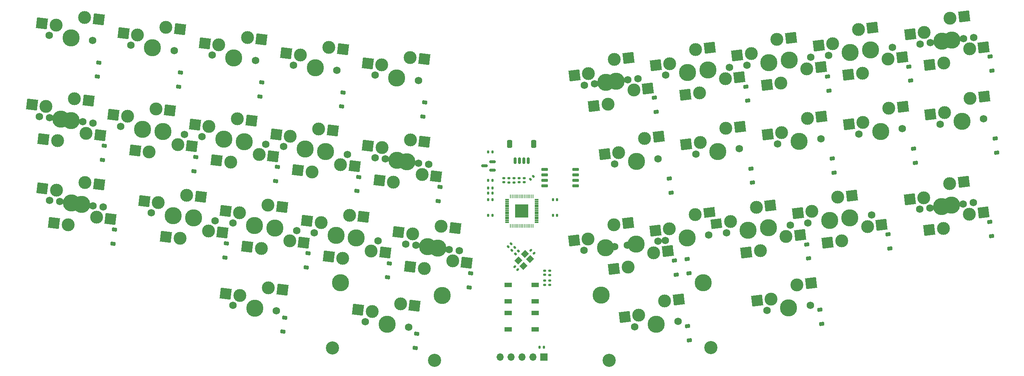
<source format=gbs>
%TF.GenerationSoftware,KiCad,Pcbnew,7.0.6*%
%TF.CreationDate,2024-02-12T15:49:00-05:00*%
%TF.ProjectId,lalettre2040-tripple-stagger-hotswap-pcb,6c616c65-7474-4726-9532-3034302d7472,rev?*%
%TF.SameCoordinates,PX1ea85bbPY7e0978f*%
%TF.FileFunction,Soldermask,Bot*%
%TF.FilePolarity,Negative*%
%FSLAX46Y46*%
G04 Gerber Fmt 4.6, Leading zero omitted, Abs format (unit mm)*
G04 Created by KiCad (PCBNEW 7.0.6) date 2024-02-12 15:49:00*
%MOMM*%
%LPD*%
G01*
G04 APERTURE LIST*
G04 Aperture macros list*
%AMRoundRect*
0 Rectangle with rounded corners*
0 $1 Rounding radius*
0 $2 $3 $4 $5 $6 $7 $8 $9 X,Y pos of 4 corners*
0 Add a 4 corners polygon primitive as box body*
4,1,4,$2,$3,$4,$5,$6,$7,$8,$9,$2,$3,0*
0 Add four circle primitives for the rounded corners*
1,1,$1+$1,$2,$3*
1,1,$1+$1,$4,$5*
1,1,$1+$1,$6,$7*
1,1,$1+$1,$8,$9*
0 Add four rect primitives between the rounded corners*
20,1,$1+$1,$2,$3,$4,$5,0*
20,1,$1+$1,$4,$5,$6,$7,0*
20,1,$1+$1,$6,$7,$8,$9,0*
20,1,$1+$1,$8,$9,$2,$3,0*%
%AMRotRect*
0 Rectangle, with rotation*
0 The origin of the aperture is its center*
0 $1 length*
0 $2 width*
0 $3 Rotation angle, in degrees counterclockwise*
0 Add horizontal line*
21,1,$1,$2,0,0,$3*%
G04 Aperture macros list end*
%ADD10C,1.750000*%
%ADD11C,3.000000*%
%ADD12C,3.987800*%
%ADD13RotRect,2.486250X2.202500X187.000000*%
%ADD14RotRect,2.550000X2.500000X187.000000*%
%ADD15RotRect,2.576750X2.222500X187.000000*%
%ADD16RotRect,2.550000X2.500000X7.000000*%
%ADD17O,1.700000X1.700000*%
%ADD18R,1.700000X1.700000*%
%ADD19RoundRect,0.135000X-0.185000X0.135000X-0.185000X-0.135000X0.185000X-0.135000X0.185000X0.135000X0*%
%ADD20RoundRect,0.225000X0.399625X-0.177622X0.344784X0.269024X-0.399625X0.177622X-0.344784X-0.269024X0*%
%ADD21RotRect,2.550000X2.500000X173.000000*%
%ADD22RotRect,2.550000X2.500000X353.000000*%
%ADD23RoundRect,0.140000X0.140000X0.170000X-0.140000X0.170000X-0.140000X-0.170000X0.140000X-0.170000X0*%
%ADD24RoundRect,0.140000X0.170000X-0.140000X0.170000X0.140000X-0.170000X0.140000X-0.170000X-0.140000X0*%
%ADD25R,1.700000X1.000000*%
%ADD26RoundRect,0.225000X0.344784X-0.269024X0.399625X0.177622X-0.344784X0.269024X-0.399625X-0.177622X0*%
%ADD27RoundRect,0.140000X0.219203X0.021213X0.021213X0.219203X-0.219203X-0.021213X-0.021213X-0.219203X0*%
%ADD28RoundRect,0.250000X-0.350000X-0.650000X0.350000X-0.650000X0.350000X0.650000X-0.350000X0.650000X0*%
%ADD29RoundRect,0.150000X-0.150000X-0.625000X0.150000X-0.625000X0.150000X0.625000X-0.150000X0.625000X0*%
%ADD30RotRect,2.486250X2.500000X7.000000*%
%ADD31RoundRect,0.150000X0.650000X0.150000X-0.650000X0.150000X-0.650000X-0.150000X0.650000X-0.150000X0*%
%ADD32RoundRect,0.135000X-0.135000X-0.185000X0.135000X-0.185000X0.135000X0.185000X-0.135000X0.185000X0*%
%ADD33C,3.048000*%
%ADD34RoundRect,0.140000X0.021213X-0.219203X0.219203X-0.021213X-0.021213X0.219203X-0.219203X0.021213X0*%
%ADD35RoundRect,0.140000X-0.219203X-0.021213X-0.021213X-0.219203X0.219203X0.021213X0.021213X0.219203X0*%
%ADD36RoundRect,0.140000X-0.140000X-0.170000X0.140000X-0.170000X0.140000X0.170000X-0.140000X0.170000X0*%
%ADD37RoundRect,0.135000X0.035355X-0.226274X0.226274X-0.035355X-0.035355X0.226274X-0.226274X0.035355X0*%
%ADD38RotRect,2.486250X2.500000X173.000000*%
%ADD39RotRect,1.400000X1.200000X45.000000*%
%ADD40RoundRect,0.140000X-0.021213X0.219203X-0.219203X0.021213X0.021213X-0.219203X0.219203X-0.021213X0*%
%ADD41RoundRect,0.150000X0.587500X0.150000X-0.587500X0.150000X-0.587500X-0.150000X0.587500X-0.150000X0*%
%ADD42R,3.100000X3.100000*%
%ADD43RoundRect,0.020000X0.080000X0.400000X-0.080000X0.400000X-0.080000X-0.400000X0.080000X-0.400000X0*%
%ADD44RoundRect,0.006000X0.414000X0.094000X-0.414000X0.094000X-0.414000X-0.094000X0.414000X-0.094000X0*%
%ADD45RoundRect,0.140000X-0.170000X0.140000X-0.170000X-0.140000X0.170000X-0.140000X0.170000X0.140000X0*%
G04 APERTURE END LIST*
D10*
%TO.C,MX51*%
X177779305Y33293453D03*
D11*
X174639142Y38026040D03*
D12*
X172737171Y32674357D03*
D11*
X168646022Y34731102D03*
D10*
X167695037Y32055261D03*
D13*
X165381924Y34180454D03*
D14*
X177916529Y38428452D03*
%TD*%
D10*
%TO.C,MX27*%
X163598301Y31552246D03*
D11*
X160458138Y36284833D03*
D12*
X158556167Y30933150D03*
D11*
X154465018Y32989895D03*
D10*
X153514033Y30314054D03*
D14*
X151214429Y32590773D03*
D15*
X163729454Y36846442D03*
%TD*%
D10*
%TO.C,MX50*%
X141696462Y28863054D03*
D11*
X144836625Y24130467D03*
D12*
X146738596Y29482150D03*
D11*
X150829745Y27425405D03*
D10*
X151780730Y30101246D03*
D16*
X141559238Y23728055D03*
X154080334Y27824527D03*
%TD*%
D17*
%TO.C,J2*%
X115145950Y3212205D03*
X117685950Y3212205D03*
X120225950Y3212205D03*
X122765950Y3212205D03*
D18*
X125305950Y3212205D03*
%TD*%
D19*
%TO.C,R_FLASH2*%
X125510311Y19995029D03*
X125510311Y21015029D03*
%TD*%
D20*
%TO.C,D9*%
X210052169Y70706972D03*
X210454337Y67431570D03*
%TD*%
D19*
%TO.C,R_DATA2*%
X117175928Y43778800D03*
X117175928Y44798800D03*
%TD*%
D10*
%TO.C,MX44*%
X96194167Y48286879D03*
D11*
X94292196Y53638561D03*
D12*
X91152033Y48905975D03*
D11*
X87679980Y51891364D03*
D10*
X86109899Y49525071D03*
D21*
X84429392Y52290487D03*
X97569584Y53236149D03*
%TD*%
D10*
%TO.C,MX41*%
X31749387Y56199702D03*
D11*
X33651358Y50848020D03*
D12*
X36791521Y55580606D03*
D11*
X40263574Y52595217D03*
D10*
X41833655Y54961510D03*
D22*
X30373970Y51250432D03*
X43514162Y52196094D03*
%TD*%
D10*
%TO.C,MX14*%
X74922661Y50898691D03*
D11*
X73020690Y56250373D03*
D12*
X69880527Y51517787D03*
D11*
X66408474Y54503176D03*
D10*
X64838393Y52136883D03*
D21*
X63157886Y54902299D03*
X76298078Y55847961D03*
%TD*%
D10*
%TO.C,MX28*%
X172422038Y32635664D03*
D11*
X175562201Y27903077D03*
D12*
X177464172Y33254760D03*
D11*
X181555321Y31198015D03*
D10*
X182506306Y33873856D03*
D16*
X172284814Y27500665D03*
X184805910Y31597137D03*
%TD*%
D23*
%TO.C,C_ESD2*%
X112390923Y44288800D03*
X113350923Y44288800D03*
%TD*%
D10*
%TO.C,MX17*%
X170730693Y51621055D03*
D11*
X167590530Y56353642D03*
D12*
X165688559Y51001959D03*
D11*
X161597410Y53058704D03*
D10*
X160646425Y50382863D03*
D14*
X158346821Y52659582D03*
X170867917Y56756054D03*
%TD*%
D20*
%TO.C,D19*%
X211192030Y51653853D03*
X211594198Y48378451D03*
%TD*%
D19*
%TO.C,R_FLASH3*%
X126700935Y22260968D03*
X126700935Y23280968D03*
%TD*%
D10*
%TO.C,MX22*%
X44239046Y35473102D03*
D11*
X42337075Y40824784D03*
D12*
X39196912Y36092198D03*
D11*
X35724859Y39077587D03*
D10*
X34154778Y36711294D03*
D21*
X32474271Y39476710D03*
X45614463Y40422372D03*
%TD*%
D24*
%TO.C,C_3V3_3*%
X119557178Y44768800D03*
X119557178Y43808800D03*
%TD*%
D25*
%TO.C,SW2*%
X117002493Y9646586D03*
X123302493Y9646586D03*
X117002493Y13446586D03*
X123302493Y13446586D03*
%TD*%
D10*
%TO.C,MX9*%
X201498089Y74591879D03*
D11*
X198357926Y79324466D03*
D12*
X196455955Y73972783D03*
D11*
X192364806Y76029528D03*
D10*
X191413821Y73353687D03*
D14*
X189114217Y75630406D03*
X201635313Y79726878D03*
%TD*%
D23*
%TO.C,C_3V3_6*%
X112390923Y36145045D03*
X113350923Y36145045D03*
%TD*%
D26*
%TO.C,D14*%
X82282895Y45059673D03*
X81880727Y41784271D03*
%TD*%
%TO.C,D24*%
X89415294Y24990848D03*
X89013126Y21715446D03*
%TD*%
D27*
%TO.C,C_XTAL2*%
X118514120Y24231070D03*
X119192942Y23552248D03*
%TD*%
D26*
%TO.C,D21*%
X25600725Y32826292D03*
X25198557Y29550890D03*
%TD*%
D20*
%TO.C,D27*%
X158562209Y25998646D03*
X158964377Y22723244D03*
%TD*%
D10*
%TO.C,MX6*%
X144774009Y67627053D03*
D11*
X141633846Y72359640D03*
D12*
X139731875Y67007957D03*
D11*
X135640726Y69064702D03*
D10*
X134689741Y66388861D03*
D14*
X132390137Y68665580D03*
X144911233Y72762052D03*
%TD*%
D28*
%TO.C,J1*%
X122952492Y52712243D03*
X117352492Y52712243D03*
D29*
X121652492Y48837243D03*
X120652492Y48837243D03*
X119652492Y48837243D03*
X118652492Y48837243D03*
%TD*%
D20*
%TO.C,D28*%
X186333364Y29408513D03*
X186735532Y26133111D03*
%TD*%
D19*
%TO.C,R_FLASH1*%
X126700936Y19995028D03*
X126700936Y21015028D03*
%TD*%
D20*
%TO.C,D17*%
X173375989Y47010626D03*
X173778157Y43735224D03*
%TD*%
D10*
%TO.C,MX47*%
X57789783Y33809282D03*
D11*
X59691754Y28457600D03*
D12*
X62831917Y33190186D03*
D11*
X66303970Y30204797D03*
D10*
X67874051Y32571090D03*
D22*
X56414366Y28860012D03*
X69554558Y29805674D03*
%TD*%
D23*
%TO.C,C_3V3_5*%
X112390925Y39745044D03*
X113350925Y39745044D03*
%TD*%
D10*
%TO.C,MX53*%
X214964980Y37859296D03*
D11*
X218105143Y33126709D03*
D12*
X220007114Y38478392D03*
D11*
X224098263Y36421647D03*
D10*
X225049248Y39097488D03*
D16*
X214827756Y32724297D03*
D30*
X227380489Y36824654D03*
%TD*%
D31*
%TO.C,U2*%
X125482188Y46789114D03*
X125482188Y45519114D03*
X125482188Y44249114D03*
X125482188Y42979114D03*
X132682188Y42979114D03*
X132682188Y44249114D03*
X132682188Y45519114D03*
X132682188Y46789114D03*
%TD*%
D20*
%TO.C,D6*%
X150964604Y63451934D03*
X151366772Y60176532D03*
%TD*%
D10*
%TO.C,MX8*%
X182590086Y72270267D03*
D11*
X179449923Y77002854D03*
D12*
X177547952Y71651171D03*
D11*
X173456803Y73707916D03*
D10*
X172505818Y71032075D03*
D14*
X170206214Y73308794D03*
X182727310Y77405266D03*
%TD*%
D26*
%TO.C,D23*%
X70507274Y27312463D03*
X70105106Y24037061D03*
%TD*%
D10*
%TO.C,MX48*%
X76697785Y31487671D03*
D11*
X78599756Y26135989D03*
D12*
X81739919Y30868575D03*
D11*
X85211972Y27883186D03*
D10*
X86782053Y30249479D03*
D22*
X75322368Y26538401D03*
X88462560Y27484063D03*
%TD*%
D10*
%TO.C,MX38*%
X196140822Y73934089D03*
D11*
X199280985Y69201502D03*
D12*
X201182956Y74553185D03*
D11*
X205274105Y72496440D03*
D10*
X206225090Y75172281D03*
D16*
X196003598Y68799090D03*
X208524694Y72895562D03*
%TD*%
D10*
%TO.C,MX15*%
X88473400Y49234869D03*
D11*
X90375371Y43883187D03*
D12*
X93515534Y48615773D03*
D11*
X96987587Y45630384D03*
D10*
X98557668Y47996677D03*
D22*
X87097983Y44285599D03*
X100238175Y45231261D03*
%TD*%
D20*
%TO.C,D30*%
X228876408Y34632143D03*
X229278576Y31356741D03*
%TD*%
%TO.C,D34*%
X189401426Y14190848D03*
X189803594Y10915446D03*
%TD*%
D10*
%TO.C,MX25*%
X103326557Y28218069D03*
D11*
X101424586Y33569751D03*
D12*
X98284423Y28837165D03*
D11*
X94812370Y31822554D03*
D10*
X93242289Y29456261D03*
D21*
X91561782Y32221677D03*
X104701974Y33167339D03*
%TD*%
D32*
%TO.C,R_RST1*%
X125305949Y5466803D03*
X124285949Y5466803D03*
%TD*%
D24*
%TO.C,C_3V3_4*%
X120747805Y44768800D03*
X120747805Y43808800D03*
%TD*%
D10*
%TO.C,MX10*%
X222769525Y77203698D03*
D11*
X219629362Y81936285D03*
D12*
X217727391Y76584602D03*
D11*
X213636242Y78641347D03*
D10*
X212685257Y75965506D03*
D14*
X210385653Y78242225D03*
X222906749Y82338697D03*
%TD*%
D20*
%TO.C,D10*%
X228960188Y73028585D03*
X229362356Y69753183D03*
%TD*%
D10*
%TO.C,MX42*%
X50657390Y53878092D03*
D11*
X52559361Y48526410D03*
D12*
X55699524Y53258996D03*
D11*
X59171577Y50273607D03*
D10*
X60741658Y52639900D03*
D22*
X49281973Y48928822D03*
X62422165Y49874484D03*
%TD*%
D10*
%TO.C,MX19*%
X208546702Y56264277D03*
D11*
X205406539Y60996864D03*
D12*
X203504568Y55645181D03*
D11*
X199413419Y57701926D03*
D10*
X198462434Y55026085D03*
D14*
X196162830Y57302804D03*
X208683926Y61399276D03*
%TD*%
D10*
%TO.C,MX40*%
X10477881Y58811514D03*
D11*
X12379852Y53459832D03*
D12*
X15520015Y58192418D03*
D11*
X18992068Y55207029D03*
D10*
X20562149Y57573322D03*
D22*
X9102464Y53862244D03*
X22242656Y54807906D03*
%TD*%
D10*
%TO.C,MX30*%
X222685746Y38807288D03*
D11*
X219545583Y43539875D03*
D12*
X217643612Y38188192D03*
D11*
X213552463Y40244937D03*
D10*
X212601478Y37569096D03*
D14*
X210301874Y39845815D03*
X222822970Y43942287D03*
%TD*%
D26*
%TO.C,D1*%
X21971692Y71658038D03*
X21569524Y68382636D03*
%TD*%
D33*
%TO.C,MX33*%
X164123982Y5386289D03*
D12*
X162266694Y20512693D03*
D10*
X156465843Y11483444D03*
D11*
X153325680Y16216031D03*
D12*
X151423709Y10864348D03*
D11*
X147332560Y12921093D03*
D10*
X146381575Y10245252D03*
D33*
X140425950Y2476537D03*
D12*
X138568662Y17602940D03*
D14*
X144081971Y12521971D03*
X156603067Y16618443D03*
%TD*%
D10*
%TO.C,MX31*%
X63188938Y13953286D03*
D11*
X61286967Y19304968D03*
D12*
X58146804Y14572382D03*
D11*
X54674751Y17557771D03*
D10*
X53104670Y15191478D03*
D21*
X51424163Y17956894D03*
X64564355Y18902556D03*
%TD*%
D34*
%TO.C,C_1V1_2*%
X122873157Y45223525D03*
X122194335Y44544703D03*
%TD*%
D10*
%TO.C,MX45*%
X12883271Y39323107D03*
D11*
X14785242Y33971425D03*
D12*
X17925405Y38704011D03*
D11*
X21397458Y35718622D03*
D10*
X22967539Y38084915D03*
D22*
X11507854Y34373837D03*
X24648046Y35319499D03*
%TD*%
D26*
%TO.C,D4*%
X78695753Y64693199D03*
X78293585Y61417797D03*
%TD*%
D35*
%TO.C,C_XTAL1*%
X122981491Y27340796D03*
X122302669Y28019618D03*
%TD*%
D10*
%TO.C,MX46*%
X38881777Y36130892D03*
D11*
X40783748Y30779210D03*
D12*
X43923911Y35511796D03*
D11*
X47395964Y32526407D03*
D10*
X48966045Y34892700D03*
D22*
X37506360Y31181622D03*
X50646552Y32127284D03*
%TD*%
D36*
%TO.C,C_3V3_8*%
X128371563Y36145044D03*
X127411563Y36145044D03*
%TD*%
D26*
%TO.C,D13*%
X63374876Y47381286D03*
X62972708Y44105884D03*
%TD*%
D20*
%TO.C,D20*%
X230100049Y53975465D03*
X230502217Y50700063D03*
%TD*%
D10*
%TO.C,MX23*%
X63147048Y33151491D03*
D11*
X61245077Y38503173D03*
D12*
X58104914Y33770587D03*
D11*
X54632861Y36755976D03*
D10*
X53062780Y34389683D03*
D21*
X51382273Y37155099D03*
X64522465Y38100761D03*
%TD*%
D37*
%TO.C,R_XTAL1*%
X119388519Y27866468D03*
X118667271Y27145220D03*
%TD*%
D10*
%TO.C,MX29*%
X191330043Y34957277D03*
D11*
X194470206Y30224690D03*
D12*
X196372177Y35576373D03*
D11*
X200463326Y33519628D03*
D10*
X201414311Y36195469D03*
D16*
X191192819Y29822278D03*
X203713915Y33918750D03*
%TD*%
D33*
%TO.C,MX32*%
X99870071Y2411954D03*
D12*
X101727359Y17538357D03*
D10*
X93914446Y10180669D03*
D11*
X92012475Y15532351D03*
D12*
X88872312Y10799765D03*
D11*
X85400259Y13785154D03*
D10*
X83830178Y11418861D03*
D33*
X76172039Y5321706D03*
D12*
X78029327Y20448110D03*
D21*
X82149671Y14184277D03*
X95289863Y15129939D03*
%TD*%
D19*
%TO.C,R_DATA1*%
X118366556Y43778800D03*
X118366556Y44798800D03*
%TD*%
D10*
%TO.C,MX36*%
X158324812Y69290868D03*
D11*
X161464975Y64558281D03*
D12*
X163366946Y69909964D03*
D11*
X167458095Y67853219D03*
D10*
X168409080Y70529060D03*
D16*
X158187588Y64155869D03*
X170708684Y68252341D03*
%TD*%
D20*
%TO.C,D26*%
X155607831Y25635893D03*
X156009999Y22360491D03*
%TD*%
D10*
%TO.C,MX2*%
X39428264Y74449917D03*
D11*
X37526293Y79801599D03*
D12*
X34386130Y75069013D03*
D11*
X30914077Y78054402D03*
D10*
X29343996Y75688109D03*
D21*
X27663489Y78453525D03*
X40803681Y79399187D03*
%TD*%
D10*
%TO.C,MX52*%
X196687310Y35615065D03*
D11*
X193547147Y40347652D03*
D12*
X191645176Y34995969D03*
D11*
X187554027Y37052714D03*
D10*
X186603042Y34376873D03*
D14*
X184303438Y36653592D03*
X196824534Y40750064D03*
%TD*%
D10*
%TO.C,MX39*%
X215048825Y76255700D03*
D11*
X218188988Y71523113D03*
D12*
X220090959Y76874796D03*
D11*
X224182108Y74818051D03*
D10*
X225133093Y77493892D03*
D16*
X214911601Y71120701D03*
X227432697Y75217173D03*
%TD*%
D10*
%TO.C,MX20*%
X227454704Y58585887D03*
D11*
X224314541Y63318474D03*
D12*
X222412570Y57966791D03*
D11*
X218321421Y60023536D03*
D10*
X217370436Y57347695D03*
D14*
X215070832Y59624414D03*
X227591928Y63720886D03*
%TD*%
D26*
%TO.C,D2*%
X40879712Y69336425D03*
X40477544Y66061023D03*
%TD*%
D20*
%TO.C,D33*%
X158675893Y10418228D03*
X159078061Y7142826D03*
%TD*%
D10*
%TO.C,MX43*%
X69565394Y51556481D03*
D11*
X71467365Y46204799D03*
D12*
X74607528Y50937385D03*
D11*
X78079581Y47951996D03*
D10*
X79649662Y50318289D03*
D22*
X68189977Y46607211D03*
X81330169Y47552873D03*
%TD*%
D26*
%TO.C,D31*%
X65075706Y12384996D03*
X64673538Y9109594D03*
%TD*%
D20*
%TO.C,D16*%
X154467972Y44689013D03*
X154870140Y41413611D03*
%TD*%
D26*
%TO.C,D5*%
X97603773Y62371586D03*
X97201605Y59096184D03*
%TD*%
%TO.C,D12*%
X44466857Y49702899D03*
X44064689Y46427497D03*
%TD*%
D10*
%TO.C,MX21*%
X20604039Y38375117D03*
D11*
X18702068Y43726799D03*
D12*
X15561905Y38994213D03*
D11*
X12089852Y41979602D03*
D10*
X10519771Y39613309D03*
D38*
X8807626Y42382609D03*
D21*
X21979456Y43324387D03*
%TD*%
D26*
%TO.C,D15*%
X101190915Y42738061D03*
X100788747Y39462659D03*
%TD*%
D39*
%TO.C,Y1*%
X120571028Y24407075D03*
X122126663Y25962710D03*
X120924582Y27164791D03*
X119368947Y25609156D03*
%TD*%
D10*
%TO.C,MX34*%
X187191350Y15256062D03*
D11*
X184051187Y19988649D03*
D12*
X182149216Y14636966D03*
D11*
X178058067Y16693711D03*
D10*
X177107082Y14017870D03*
D14*
X174807478Y16294589D03*
X187328574Y20391061D03*
%TD*%
D10*
%TO.C,MX3*%
X58336270Y72128305D03*
D11*
X56434299Y77479987D03*
D12*
X53294136Y72747401D03*
D11*
X49822083Y75732790D03*
D10*
X48252002Y73366497D03*
D21*
X46571495Y76131913D03*
X59711687Y77077575D03*
%TD*%
D36*
%TO.C,C_ESD1*%
X113350924Y50837243D03*
X112390924Y50837243D03*
%TD*%
D40*
%TO.C,C_1V1_3*%
X117004720Y28850197D03*
X117683542Y29529019D03*
%TD*%
D10*
%TO.C,MX18*%
X189638697Y53942666D03*
D11*
X186498534Y58675253D03*
D12*
X184596563Y53323570D03*
D11*
X180505414Y55380315D03*
D10*
X179554429Y52704474D03*
D14*
X177254825Y54981193D03*
X189775921Y59077665D03*
%TD*%
D10*
%TO.C,MX24*%
X82055054Y30829881D03*
D11*
X80153083Y36181563D03*
D12*
X77012920Y31448977D03*
D11*
X73540867Y34434366D03*
D10*
X71970786Y32068073D03*
D21*
X70290279Y34833489D03*
X83430471Y35779151D03*
%TD*%
D41*
%TO.C,U3*%
X111475922Y47620052D03*
X113350922Y46670052D03*
X113350922Y48570052D03*
%TD*%
D10*
%TO.C,MX11*%
X18198650Y57863523D03*
D11*
X16296679Y63215205D03*
D12*
X13156516Y58482619D03*
D11*
X9684463Y61468008D03*
D10*
X8114382Y59101715D03*
D21*
X6433875Y61867131D03*
X19574067Y62812793D03*
%TD*%
D10*
%TO.C,MX7*%
X163682080Y69948658D03*
D11*
X160541917Y74681245D03*
D12*
X158639946Y69329562D03*
D11*
X154548797Y71386307D03*
D10*
X153597812Y68710466D03*
D14*
X151298208Y70987185D03*
X163819304Y75083657D03*
%TD*%
D10*
%TO.C,MX12*%
X37106653Y55541912D03*
D11*
X35204682Y60893594D03*
D12*
X32064519Y56161008D03*
D11*
X28592466Y59146397D03*
D10*
X27022385Y56780104D03*
D21*
X25341878Y59545520D03*
X38482070Y60491182D03*
%TD*%
D10*
%TO.C,MX5*%
X96152278Y67485083D03*
D11*
X94250307Y72836765D03*
D12*
X91110144Y68104179D03*
D11*
X87638091Y71089568D03*
D10*
X86068010Y68723275D03*
D21*
X84387503Y71488691D03*
X97527695Y72434353D03*
%TD*%
D26*
%TO.C,D11*%
X23195331Y52314715D03*
X22793163Y49039313D03*
%TD*%
%TO.C,D25*%
X108323314Y22669236D03*
X107921146Y19393834D03*
%TD*%
D10*
%TO.C,MX13*%
X56014658Y53220302D03*
D11*
X54112687Y58571984D03*
D12*
X50972524Y53839398D03*
D11*
X47500471Y56824787D03*
D10*
X45930390Y54458494D03*
D21*
X44249883Y57223910D03*
X57390075Y58169572D03*
%TD*%
D10*
%TO.C,MX49*%
X95605790Y29166059D03*
D11*
X97507761Y23814377D03*
D12*
X100647924Y28546963D03*
D11*
X104119977Y25561574D03*
D10*
X105690058Y27927867D03*
D22*
X94230373Y24216789D03*
X107370565Y25162451D03*
%TD*%
D26*
%TO.C,D3*%
X59787731Y67014813D03*
X59385563Y63739411D03*
%TD*%
D23*
%TO.C,C_3V3_1*%
X112390923Y42502861D03*
X113350923Y42502861D03*
%TD*%
D40*
%TO.C,C_3V3_9*%
X117846603Y28008314D03*
X118525425Y28687136D03*
%TD*%
D24*
%TO.C,C_1V1_1*%
X115985302Y44768801D03*
X115985302Y43808801D03*
%TD*%
D26*
%TO.C,D32*%
X95801240Y8612376D03*
X95399072Y5336974D03*
%TD*%
D20*
%TO.C,D7*%
X172236127Y66063747D03*
X172638295Y62788345D03*
%TD*%
D42*
%TO.C,U1*%
X120152496Y37145044D03*
D43*
X122752496Y40580044D03*
X122352496Y40580044D03*
X121952496Y40580044D03*
X121552496Y40580044D03*
X121152496Y40580044D03*
X120752496Y40580044D03*
X120352496Y40580044D03*
X119952496Y40580044D03*
X119552496Y40580044D03*
X119152496Y40580044D03*
X118752496Y40580044D03*
X118352496Y40580044D03*
X117952496Y40580044D03*
X117552496Y40580044D03*
D44*
X116717496Y39745044D03*
X116717496Y39345044D03*
X116717496Y38945044D03*
X116717496Y38545044D03*
X116717496Y38145044D03*
X116717496Y37745044D03*
X116717496Y37345044D03*
X116717496Y36945044D03*
X116717496Y36545044D03*
X116717496Y36145044D03*
X116717496Y35745044D03*
X116717496Y35345044D03*
X116717496Y34945044D03*
X116717496Y34545044D03*
D43*
X117552496Y33710044D03*
X117952496Y33710044D03*
X118352496Y33710044D03*
X118752496Y33710044D03*
X119152496Y33710044D03*
X119552496Y33710044D03*
X119952496Y33710044D03*
X120352496Y33710044D03*
X120752496Y33710044D03*
X121152496Y33710044D03*
X121552496Y33710044D03*
X121952496Y33710044D03*
X122352496Y33710044D03*
X122752496Y33710044D03*
D44*
X123587496Y34545044D03*
X123587496Y34945044D03*
X123587496Y35345044D03*
X123587496Y35745044D03*
X123587496Y36145044D03*
X123587496Y36545044D03*
X123587496Y36945044D03*
X123587496Y37345044D03*
X123587496Y37745044D03*
X123587496Y38145044D03*
X123587496Y38545044D03*
X123587496Y38945044D03*
X123587496Y39345044D03*
X123587496Y39745044D03*
%TD*%
D10*
%TO.C,MX35*%
X137053240Y66679062D03*
D11*
X140193403Y61946475D03*
D12*
X142095374Y67298158D03*
D11*
X146186523Y65241413D03*
D10*
X147137508Y67917254D03*
D16*
X136916016Y61544063D03*
X149437112Y65640535D03*
%TD*%
D45*
%TO.C,C_FLASH1*%
X125510309Y22320969D03*
X125510309Y23280969D03*
%TD*%
D23*
%TO.C,C_3V3_2*%
X112390923Y41312235D03*
X113350923Y41312235D03*
%TD*%
D10*
%TO.C,MX16*%
X151822688Y49299444D03*
D11*
X148682525Y54032031D03*
D12*
X146780554Y48680348D03*
D11*
X142689405Y50737093D03*
D10*
X141738420Y48061252D03*
D14*
X139438816Y50337971D03*
X151959912Y54434443D03*
%TD*%
D10*
%TO.C,MX4*%
X77244272Y69806694D03*
D11*
X75342301Y75158376D03*
D12*
X72202138Y70425790D03*
D11*
X68730085Y73411179D03*
D10*
X67160004Y71044886D03*
D21*
X65479497Y73810302D03*
X78619689Y74755964D03*
%TD*%
D20*
%TO.C,D8*%
X191144147Y68385359D03*
X191546315Y65109957D03*
%TD*%
D36*
%TO.C,C_3V3_7*%
X128371561Y39745045D03*
X127411561Y39745045D03*
%TD*%
D10*
%TO.C,MX37*%
X177232819Y71612478D03*
D11*
X180372982Y66879891D03*
D12*
X182274953Y72231574D03*
D11*
X186366102Y70174829D03*
D10*
X187317087Y72850670D03*
D16*
X177095595Y66477479D03*
X189616691Y70573951D03*
%TD*%
D20*
%TO.C,D18*%
X192284011Y49332242D03*
X192686179Y46056840D03*
%TD*%
%TO.C,D29*%
X205241384Y31730128D03*
X205643552Y28454726D03*
%TD*%
D10*
%TO.C,MX26*%
X144690298Y29230634D03*
D11*
X141550135Y33963221D03*
D12*
X139648164Y28611538D03*
D11*
X135557015Y30668283D03*
D10*
X134606030Y27992442D03*
D14*
X132306426Y30269161D03*
X144827522Y34365633D03*
%TD*%
D10*
%TO.C,MX1*%
X20520259Y76771529D03*
D11*
X18618288Y82123211D03*
D12*
X15478125Y77390625D03*
D11*
X12006072Y80376014D03*
D10*
X10435991Y78009721D03*
D21*
X8755484Y80775137D03*
X21895676Y81720799D03*
%TD*%
D26*
%TO.C,D22*%
X51599255Y29634076D03*
X51197087Y26358674D03*
%TD*%
D25*
%TO.C,SW1*%
X123302495Y19995028D03*
X117002495Y19995028D03*
X123302495Y16195028D03*
X117002495Y16195028D03*
%TD*%
M02*

</source>
